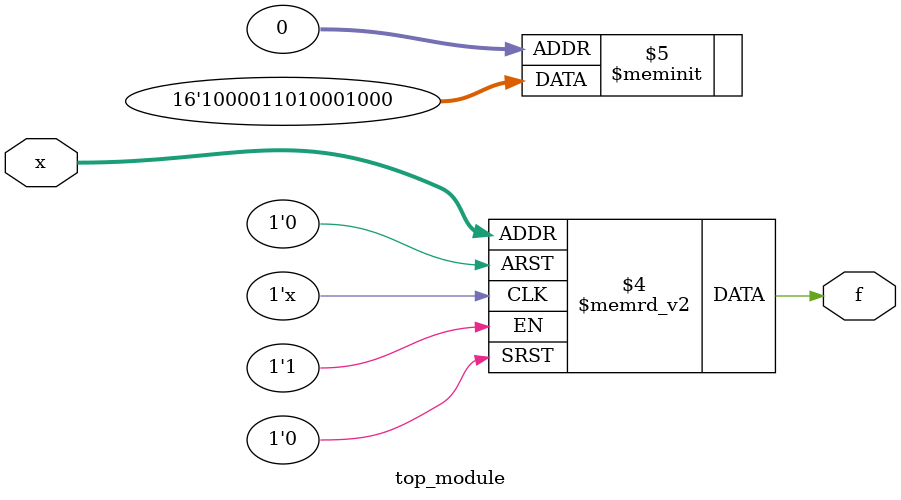
<source format=sv>
module top_module (
    input [4:1] x,
    output logic f
);

always_comb begin
    case (x)
        4'b0001: f = 0;
        4'b0011: f = 1;
        4'b0111: f = 1;
        4'b1001: f = 1;
        4'b1010: f = 1;
        4'b1011: f = 0;
        4'b1101: f = 0;
        4'b1111: f = 1;
        default: f = 0; // Choosing 0 for don't-care conditions
    endcase
end

endmodule

</source>
